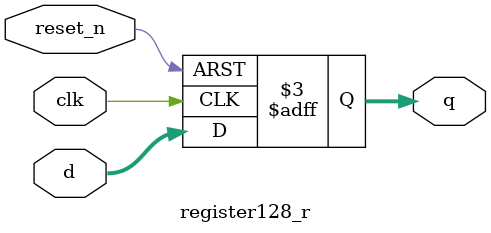
<source format=v>
module register128_r(clk, reset_n, d, q);		//128bits Resettable D Flip-Flop
	input clk, reset_n;
	input [127:0] d;			//input define
	output reg [127:0] q;	//output define
	
	always@ (posedge clk or negedge reset_n) begin	//clock is rising edge and reset_n is falling edge
		if(~reset_n) q <= 128'b0;
		else q <= d;
	end

endmodule

</source>
